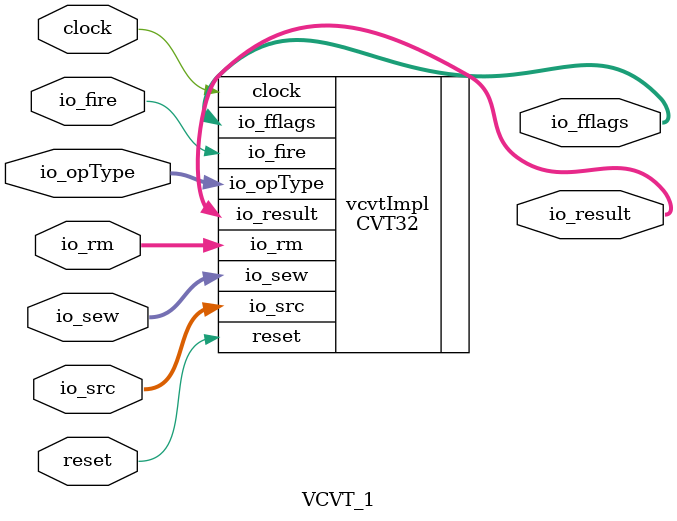
<source format=v>
`ifndef RANDOMIZE
  `ifdef RANDOMIZE_MEM_INIT
    `define RANDOMIZE
  `endif // RANDOMIZE_MEM_INIT
`endif // not def RANDOMIZE
`ifndef RANDOMIZE
  `ifdef RANDOMIZE_REG_INIT
    `define RANDOMIZE
  `endif // RANDOMIZE_REG_INIT
`endif // not def RANDOMIZE
`ifndef RANDOM
  `define RANDOM $random
`endif // not def RANDOM
// Users can define INIT_RANDOM as general code that gets injected into the
// initializer block for modules with registers.
`ifndef INIT_RANDOM
  `define INIT_RANDOM
`endif // not def INIT_RANDOM
// If using random initialization, you can also define RANDOMIZE_DELAY to
// customize the delay used, otherwise 0.002 is used.
`ifndef RANDOMIZE_DELAY
  `define RANDOMIZE_DELAY 0.002
`endif // not def RANDOMIZE_DELAY
// Define INIT_RANDOM_PROLOG_ for use in our modules below.
`ifndef INIT_RANDOM_PROLOG_
  `ifdef RANDOMIZE
    `ifdef VERILATOR
      `define INIT_RANDOM_PROLOG_ `INIT_RANDOM
    `else  // VERILATOR
      `define INIT_RANDOM_PROLOG_ `INIT_RANDOM #`RANDOMIZE_DELAY begin end
    `endif // VERILATOR
  `else  // RANDOMIZE
    `define INIT_RANDOM_PROLOG_
  `endif // RANDOMIZE
`endif // not def INIT_RANDOM_PROLOG_
// Include register initializers in init blocks unless synthesis is set
`ifndef SYNTHESIS
  `ifndef ENABLE_INITIAL_REG_
    `define ENABLE_INITIAL_REG_
  `endif // not def ENABLE_INITIAL_REG_
`endif // not def SYNTHESIS
// Include rmemory initializers in init blocks unless synthesis is set
`ifndef SYNTHESIS
  `ifndef ENABLE_INITIAL_MEM_
    `define ENABLE_INITIAL_MEM_
  `endif // not def ENABLE_INITIAL_MEM_
`endif // not def SYNTHESIS
module VCVT_1(
  input         clock,
  input         reset,
  input         io_fire,
  input  [31:0] io_src,
  input  [7:0]  io_opType,
  input  [1:0]  io_sew,
  input  [2:0]  io_rm,
  output [31:0] io_result,
  output [4:0]  io_fflags
);

  CVT32 vcvtImpl (
    .clock     (clock),
    .reset     (reset),
    .io_fire   (io_fire),
    .io_src    (io_src),
    .io_opType (io_opType),
    .io_sew    (io_sew),
    .io_rm     (io_rm),
    .io_result (io_result),
    .io_fflags (io_fflags)
  );
endmodule


</source>
